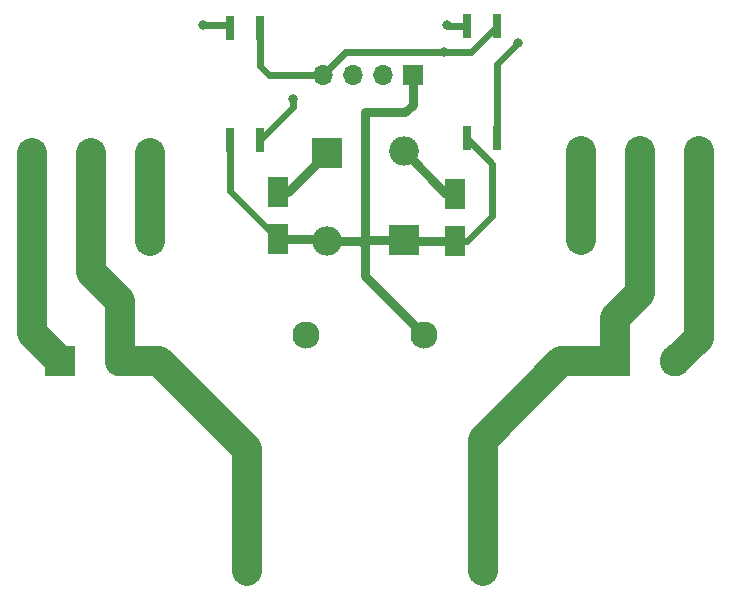
<source format=gbr>
%TF.GenerationSoftware,KiCad,Pcbnew,(5.1.7)-1*%
%TF.CreationDate,2021-02-24T18:30:15+01:00*%
%TF.ProjectId,Temperature-controller-with-ESP8266,54656d70-6572-4617-9475-72652d636f6e,rev?*%
%TF.SameCoordinates,Original*%
%TF.FileFunction,Copper,L2,Bot*%
%TF.FilePolarity,Positive*%
%FSLAX46Y46*%
G04 Gerber Fmt 4.6, Leading zero omitted, Abs format (unit mm)*
G04 Created by KiCad (PCBNEW (5.1.7)-1) date 2021-02-24 18:30:15*
%MOMM*%
%LPD*%
G01*
G04 APERTURE LIST*
%TA.AperFunction,SMDPad,CuDef*%
%ADD10R,0.640000X2.000000*%
%TD*%
%TA.AperFunction,ComponentPad*%
%ADD11R,2.500000X2.500000*%
%TD*%
%TA.AperFunction,ComponentPad*%
%ADD12O,2.500000X2.500000*%
%TD*%
%TA.AperFunction,SMDPad,CuDef*%
%ADD13R,1.800000X2.500000*%
%TD*%
%TA.AperFunction,ComponentPad*%
%ADD14R,1.700000X1.700000*%
%TD*%
%TA.AperFunction,ComponentPad*%
%ADD15O,1.700000X1.700000*%
%TD*%
%TA.AperFunction,ComponentPad*%
%ADD16C,2.600000*%
%TD*%
%TA.AperFunction,ComponentPad*%
%ADD17R,2.600000X2.600000*%
%TD*%
%TA.AperFunction,ComponentPad*%
%ADD18C,2.300000*%
%TD*%
%TA.AperFunction,ViaPad*%
%ADD19C,0.800000*%
%TD*%
%TA.AperFunction,Conductor*%
%ADD20C,0.600000*%
%TD*%
%TA.AperFunction,Conductor*%
%ADD21C,0.800000*%
%TD*%
%TA.AperFunction,Conductor*%
%ADD22C,2.500000*%
%TD*%
G04 APERTURE END LIST*
D10*
%TO.P,U4,4*%
%TO.N,+5V*%
X161290000Y-53264000D03*
%TO.P,U4,3*%
%TO.N,Net-(Q3-Pad1)*%
X163830000Y-53264000D03*
%TO.P,U4,2*%
%TO.N,GND*%
X163830000Y-43764000D03*
%TO.P,U4,1*%
%TO.N,Net-(R13-Pad1)*%
X161290000Y-43764000D03*
%TD*%
D11*
%TO.P,RL2,1*%
%TO.N,Net-(D4-Pad2)*%
X149479000Y-54483000D03*
D12*
%TO.P,RL2,2*%
%TO.N,Net-(RL2-Pad2)*%
X134479000Y-54483000D03*
%TO.P,RL2,3*%
%TO.N,N*%
X129479000Y-54483000D03*
%TO.P,RL2,4*%
%TO.N,N_OUT*%
X124479000Y-54483000D03*
%TO.P,RL2,5*%
X124479000Y-61983000D03*
%TO.P,RL2,6*%
%TO.N,N*%
X129479000Y-61983000D03*
%TO.P,RL2,7*%
%TO.N,Net-(RL2-Pad2)*%
X134479000Y-61983000D03*
%TO.P,RL2,8*%
%TO.N,+5V*%
X149479000Y-61983000D03*
%TD*%
%TO.P,RL1,8*%
%TO.N,RELE_D*%
X155956000Y-54349000D03*
%TO.P,RL1,7*%
%TO.N,Net-(RL1-Pad2)*%
X170956000Y-54349000D03*
%TO.P,RL1,6*%
%TO.N,L*%
X175956000Y-54349000D03*
%TO.P,RL1,5*%
%TO.N,L_OUT*%
X180956000Y-54349000D03*
%TO.P,RL1,4*%
X180956000Y-61849000D03*
%TO.P,RL1,3*%
%TO.N,L*%
X175956000Y-61849000D03*
%TO.P,RL1,2*%
%TO.N,Net-(RL1-Pad2)*%
X170956000Y-61849000D03*
D11*
%TO.P,RL1,1*%
%TO.N,+5V*%
X155956000Y-61849000D03*
%TD*%
D13*
%TO.P,D3,2*%
%TO.N,RELE_D*%
X160274000Y-57944000D03*
%TO.P,D3,1*%
%TO.N,+5V*%
X160274000Y-61944000D03*
%TD*%
D14*
%TO.P,J3,1*%
%TO.N,+5V*%
X156718000Y-47879000D03*
D15*
%TO.P,J3,2*%
%TO.N,RELE_D*%
X154178000Y-47879000D03*
%TO.P,J3,3*%
%TO.N,GPIO14*%
X151638000Y-47879000D03*
%TO.P,J3,4*%
%TO.N,GND*%
X149098000Y-47879000D03*
%TD*%
D13*
%TO.P,D4,1*%
%TO.N,+5V*%
X145288000Y-61817000D03*
%TO.P,D4,2*%
%TO.N,Net-(D4-Pad2)*%
X145288000Y-57817000D03*
%TD*%
D10*
%TO.P,U3,1*%
%TO.N,Net-(R12-Pad1)*%
X141224000Y-43891000D03*
%TO.P,U3,2*%
%TO.N,GND*%
X143764000Y-43891000D03*
%TO.P,U3,3*%
%TO.N,Net-(Q4-Pad1)*%
X143764000Y-53391000D03*
%TO.P,U3,4*%
%TO.N,+5V*%
X141224000Y-53391000D03*
%TD*%
D16*
%TO.P,J7,2*%
%TO.N,N*%
X131953000Y-72136000D03*
D17*
%TO.P,J7,1*%
%TO.N,N_OUT*%
X126873000Y-72136000D03*
%TD*%
%TO.P,J8,1*%
%TO.N,L*%
X173863000Y-72136000D03*
D16*
%TO.P,J8,2*%
%TO.N,L_OUT*%
X178943000Y-72136000D03*
%TD*%
D18*
%TO.P,PS1,9*%
%TO.N,GND*%
X147654000Y-69883000D03*
%TO.P,PS1,1*%
%TO.N,N*%
X142654000Y-89883000D03*
%TO.P,PS1,5*%
%TO.N,L*%
X162654000Y-89883000D03*
%TO.P,PS1,7*%
%TO.N,+5V*%
X157654000Y-69883000D03*
%TD*%
D19*
%TO.N,GND*%
X159385000Y-45974000D03*
%TO.N,Net-(Q4-Pad1)*%
X146558000Y-49911000D03*
%TO.N,Net-(R12-Pad1)*%
X138938000Y-43688000D03*
%TO.N,Net-(Q3-Pad1)*%
X165608000Y-45212000D03*
%TO.N,Net-(R13-Pad1)*%
X159639000Y-43688000D03*
%TD*%
D20*
%TO.N,GND*%
X144515998Y-47879000D02*
X149098000Y-47879000D01*
X143764000Y-47127002D02*
X144515998Y-47879000D01*
X143764000Y-46609000D02*
X143764000Y-47127002D01*
X143764000Y-43891000D02*
X143764000Y-46609000D01*
X161620000Y-45974000D02*
X163830000Y-43764000D01*
X159385000Y-45974000D02*
X161620000Y-45974000D01*
X151003000Y-45974000D02*
X149098000Y-47879000D01*
X159385000Y-45974000D02*
X151003000Y-45974000D01*
%TO.N,+5V*%
X141224000Y-57753000D02*
X145288000Y-61817000D01*
X141224000Y-53391000D02*
X141224000Y-57753000D01*
X163449000Y-59817000D02*
X163449000Y-55423000D01*
X161322000Y-61944000D02*
X163449000Y-59817000D01*
X163449000Y-55423000D02*
X161290000Y-53264000D01*
X160274000Y-61944000D02*
X161322000Y-61944000D01*
D21*
X157654000Y-69883000D02*
X152654000Y-64883000D01*
X152654000Y-51054000D02*
X156083000Y-51054000D01*
X156718000Y-50419000D02*
X156718000Y-47879000D01*
X156083000Y-51054000D02*
X156718000Y-50419000D01*
X152280000Y-61983000D02*
X152654000Y-62357000D01*
X149479000Y-61983000D02*
X152280000Y-61983000D01*
X152654000Y-64883000D02*
X152654000Y-62357000D01*
X152781000Y-61849000D02*
X152654000Y-61976000D01*
X155956000Y-61849000D02*
X152781000Y-61849000D01*
X152654000Y-61976000D02*
X152654000Y-51054000D01*
X152654000Y-62357000D02*
X152654000Y-61976000D01*
X156051000Y-61944000D02*
X155956000Y-61849000D01*
X160274000Y-61944000D02*
X156051000Y-61944000D01*
X149313000Y-61817000D02*
X149479000Y-61983000D01*
X145288000Y-61817000D02*
X149313000Y-61817000D01*
D22*
%TO.N,L*%
X175956000Y-54349000D02*
X175956000Y-61849000D01*
X175956000Y-66360000D02*
X173863000Y-68453000D01*
X175956000Y-61849000D02*
X175956000Y-66360000D01*
X173863000Y-68453000D02*
X173863000Y-72136000D01*
X173863000Y-72136000D02*
X169291000Y-72136000D01*
X162654000Y-78773000D02*
X162654000Y-89883000D01*
X169291000Y-72136000D02*
X162654000Y-78773000D01*
D20*
%TO.N,Net-(Q4-Pad1)*%
X146558000Y-50597000D02*
X143764000Y-53391000D01*
X146558000Y-49911000D02*
X146558000Y-50597000D01*
D22*
%TO.N,N*%
X129479000Y-54483000D02*
X129479000Y-61983000D01*
X129479000Y-61983000D02*
X129479000Y-64582000D01*
X131953000Y-67056000D02*
X131953000Y-72136000D01*
X129479000Y-64582000D02*
X131953000Y-67056000D01*
X131953000Y-72136000D02*
X135255000Y-72136000D01*
X142654000Y-79535000D02*
X142654000Y-89883000D01*
X135255000Y-72136000D02*
X142654000Y-79535000D01*
D20*
%TO.N,Net-(R12-Pad1)*%
X141021000Y-43688000D02*
X141224000Y-43891000D01*
X138938000Y-43688000D02*
X141021000Y-43688000D01*
D21*
%TO.N,RELE_D*%
X159551000Y-57944000D02*
X155956000Y-54349000D01*
X160274000Y-57944000D02*
X159551000Y-57944000D01*
%TO.N,Net-(D4-Pad2)*%
X146145000Y-57817000D02*
X149479000Y-54483000D01*
X145288000Y-57817000D02*
X146145000Y-57817000D01*
D20*
%TO.N,Net-(Q3-Pad1)*%
X163830000Y-46990000D02*
X163830000Y-53264000D01*
X165608000Y-45212000D02*
X163830000Y-46990000D01*
%TO.N,Net-(R13-Pad1)*%
X159715000Y-43764000D02*
X159639000Y-43688000D01*
X161290000Y-43764000D02*
X159715000Y-43764000D01*
D22*
%TO.N,Net-(RL1-Pad2)*%
X170956000Y-54349000D02*
X170956000Y-61849000D01*
%TO.N,Net-(RL2-Pad2)*%
X134479000Y-54483000D02*
X134479000Y-61983000D01*
%TO.N,N_OUT*%
X124479000Y-54483000D02*
X124479000Y-61983000D01*
X124479000Y-69742000D02*
X126873000Y-72136000D01*
X124479000Y-61983000D02*
X124479000Y-69742000D01*
%TO.N,L_OUT*%
X180956000Y-54349000D02*
X180956000Y-61849000D01*
X180956000Y-70123000D02*
X178943000Y-72136000D01*
X180956000Y-61849000D02*
X180956000Y-70123000D01*
%TD*%
M02*

</source>
